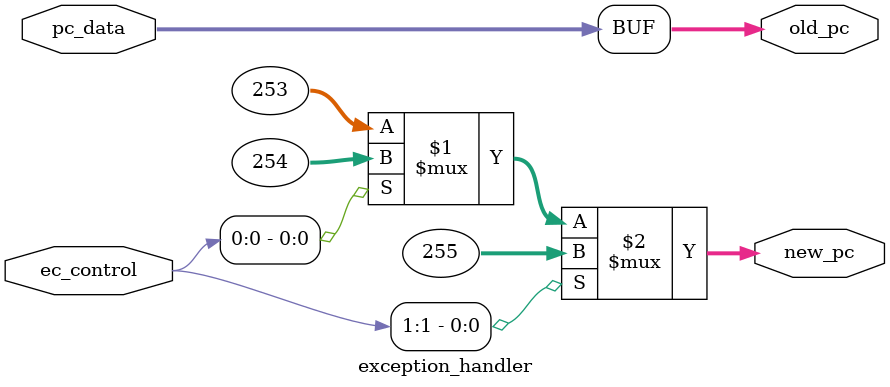
<source format=v>
module exception_handler (pc_data, ec_control, new_pc, old_pc);
   
    input wire [1:0] ec_control;
    input wire [31:0] pc_data;
    output wire [31:0] new_pc;
    output wire [31:0] old_pc;

    assign old_pc = pc_data;
    assign new_pc = ec_control[1] ? (32'd255): (ec_control[0] ? (32'd254):(32'd253) );
    
endmodule 

</source>
